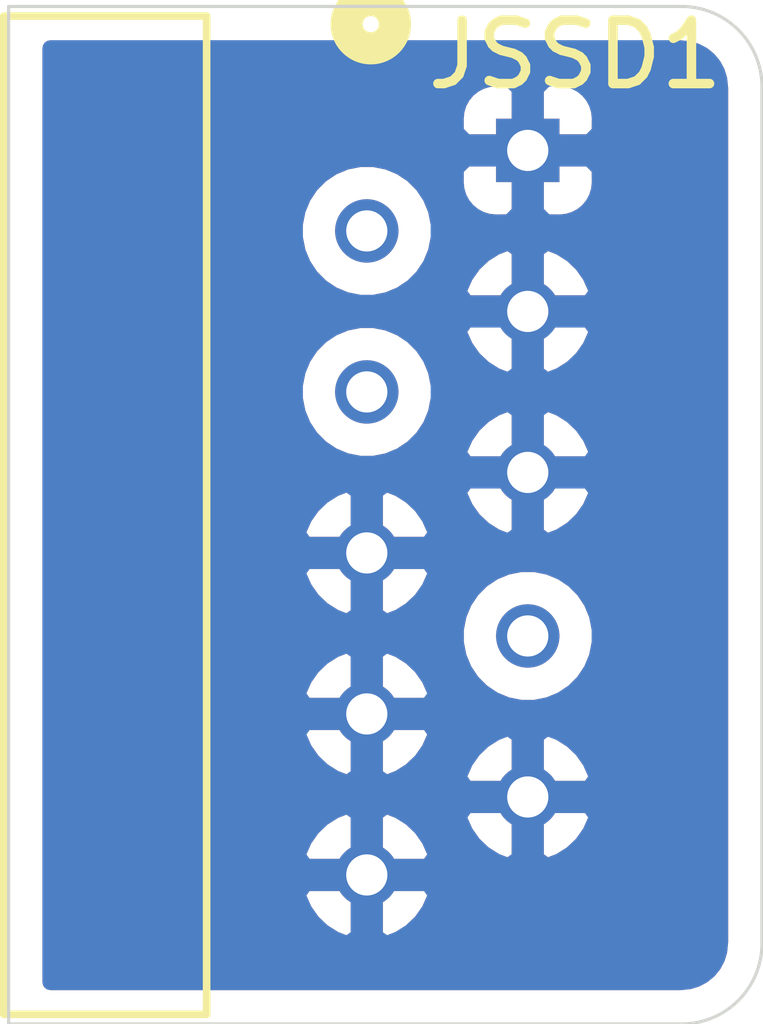
<source format=kicad_pcb>
(kicad_pcb (version 20171130) (host pcbnew "(5.1.10)-1")

  (general
    (thickness 1.5748)
    (drawings 6)
    (tracks 0)
    (zones 0)
    (modules 1)
    (nets 5)
  )

  (page A4)
  (layers
    (0 F.Cu signal)
    (31 B.Cu signal)
    (32 B.Adhes user)
    (33 F.Adhes user)
    (34 B.Paste user)
    (35 F.Paste user)
    (36 B.SilkS user)
    (37 F.SilkS user)
    (38 B.Mask user)
    (39 F.Mask user)
    (40 Dwgs.User user)
    (41 Cmts.User user)
    (42 Eco1.User user)
    (43 Eco2.User user)
    (44 Edge.Cuts user)
    (45 Margin user)
    (46 B.CrtYd user hide)
    (47 F.CrtYd user hide)
    (48 B.Fab user hide)
    (49 F.Fab user hide)
  )

  (setup
    (last_trace_width 0.25)
    (user_trace_width 0.127)
    (user_trace_width 0.1524)
    (user_trace_width 0.2032)
    (user_trace_width 0.254)
    (user_trace_width 0.3048)
    (user_trace_width 0.381)
    (user_trace_width 0.508)
    (user_trace_width 0.635)
    (trace_clearance 0.2)
    (zone_clearance 0.508)
    (zone_45_only no)
    (trace_min 0.127)
    (via_size 0.8)
    (via_drill 0.4)
    (via_min_size 0.508)
    (via_min_drill 0.3048)
    (user_via 0.6858 0.3302)
    (user_via 0.8128 0.4064)
    (user_via 1.2192 0.6096)
    (user_via 1.4224 0.8128)
    (blind_buried_vias_allowed yes)
    (uvia_size 0.3)
    (uvia_drill 0.1016)
    (uvias_allowed yes)
    (uvia_min_size 0.2032)
    (uvia_min_drill 0.1016)
    (edge_width 0.05)
    (segment_width 0.2)
    (pcb_text_width 0.3)
    (pcb_text_size 1.5 1.5)
    (mod_edge_width 0.12)
    (mod_text_size 1 1)
    (mod_text_width 0.15)
    (pad_size 3.8 3.8)
    (pad_drill 2.2)
    (pad_to_mask_clearance 0.051)
    (solder_mask_min_width 0.25)
    (aux_axis_origin 0 0)
    (visible_elements 7EFFF77F)
    (pcbplotparams
      (layerselection 0x010fc_ffffffff)
      (usegerberextensions false)
      (usegerberattributes false)
      (usegerberadvancedattributes false)
      (creategerberjobfile false)
      (excludeedgelayer true)
      (linewidth 0.100000)
      (plotframeref false)
      (viasonmask false)
      (mode 1)
      (useauxorigin false)
      (hpglpennumber 1)
      (hpglpenspeed 20)
      (hpglpendiameter 15.000000)
      (psnegative false)
      (psa4output false)
      (plotreference true)
      (plotvalue true)
      (plotinvisibletext false)
      (padsonsilk false)
      (subtractmaskfromsilk false)
      (outputformat 1)
      (mirror false)
      (drillshape 0)
      (scaleselection 1)
      (outputdirectory "gerber/"))
  )

  (net 0 "")
  (net 1 GND)
  (net 2 "Net-(J1-Pad7)")
  (net 3 /signal)
  (net 4 /bias)

  (net_class Default "This is the default net class."
    (clearance 0.2)
    (trace_width 0.25)
    (via_dia 0.8)
    (via_drill 0.4)
    (uvia_dia 0.3)
    (uvia_drill 0.1016)
    (add_net /bias)
    (add_net /signal)
    (add_net GND)
    (add_net "Net-(J1-Pad7)")
  )

  (module MSAG_Misc:Omnetics_A115061-001 (layer F.Cu) (tedit 61A933C1) (tstamp 61A99AD5)
    (at -101.6 0 90)
    (descr "Through hole righ angle nano strip conn, 1x10, 1.27mm pitch, single row")
    (tags "Through hole pin header THT 1x10 1.27mm single row")
    (path /6000F42E)
    (fp_text reference JSSD1 (at 7.2644 7.4168) (layer F.SilkS)
      (effects (font (size 1 1) (thickness 0.15)))
    )
    (fp_text value "Omnetics A115061-001" (at 0.381 2.032 90) (layer F.Fab)
      (effects (font (size 1 1) (thickness 0.15)))
    )
    (fp_circle (center 7.747 4.191) (end 7.874 4.191) (layer F.SilkS) (width 0.508))
    (fp_line (start -7.112 1.6002) (end -7.874 1.6002) (layer F.SilkS) (width 0.05))
    (fp_line (start 7.874 1.6002) (end 7.112 1.6002) (layer F.CrtYd) (width 0.05))
    (fp_line (start 7.874 -1.6002) (end 7.874 1.6002) (layer F.CrtYd) (width 0.05))
    (fp_line (start -7.874 -1.6002) (end -7.874 1.6002) (layer F.CrtYd) (width 0.05))
    (fp_line (start 7.874 -1.6002) (end 7.874 1.6002) (layer F.SilkS) (width 0.12))
    (fp_line (start -7.874 -1.6002) (end -7.874 1.6002) (layer F.SilkS) (width 0.12))
    (fp_line (start 7.874 -1.6002) (end -7.874 -1.6002) (layer F.SilkS) (width 0.12))
    (fp_line (start 7.874 1.6002) (end -7.874 1.6002) (layer F.SilkS) (width 0.12))
    (fp_line (start 7.874 -1.6002) (end -7.874 -1.6002) (layer F.CrtYd) (width 0.05))
    (fp_line (start -7.112 1.6002) (end -7.112 7.4422) (layer F.CrtYd) (width 0.05))
    (fp_line (start -7.112 7.4095) (end 7.112 7.4095) (layer F.CrtYd) (width 0.05))
    (fp_line (start 7.112 7.4422) (end 7.112 1.6002) (layer F.CrtYd) (width 0.05))
    (fp_text user %R (at -0.595 0.02 90) (layer F.Fab)
      (effects (font (size 1 1) (thickness 0.15)))
    )
    (pad 10 thru_hole oval (at -5.675 4.1275) (size 1 1) (drill 0.65) (layers *.Cu *.Mask)
      (net 1 GND))
    (pad 9 thru_hole oval (at -4.445 6.6675) (size 1 1) (drill 0.65) (layers *.Cu *.Mask)
      (net 1 GND))
    (pad 8 thru_hole oval (at -3.135 4.1275) (size 1 1) (drill 0.65) (layers *.Cu *.Mask)
      (net 1 GND))
    (pad 7 thru_hole oval (at -1.905 6.6675) (size 1 1) (drill 0.65) (layers *.Cu *.Mask)
      (net 2 "Net-(J1-Pad7)"))
    (pad 6 thru_hole oval (at -0.595 4.1275) (size 1 1) (drill 0.65) (layers *.Cu *.Mask)
      (net 1 GND))
    (pad 5 thru_hole oval (at 0.675 6.6675) (size 1 1) (drill 0.65) (layers *.Cu *.Mask)
      (net 1 GND))
    (pad 4 thru_hole oval (at 1.945 4.1275) (size 1 1) (drill 0.65) (layers *.Cu *.Mask)
      (net 3 /signal))
    (pad 3 thru_hole oval (at 3.215 6.6675) (size 1 1) (drill 0.65) (layers *.Cu *.Mask)
      (net 1 GND))
    (pad 2 thru_hole oval (at 4.485 4.1275) (size 1 1) (drill 0.65) (layers *.Cu *.Mask)
      (net 4 /bias))
    (pad 1 thru_hole rect (at 5.755 6.6675) (size 1 1) (drill 0.65) (layers *.Cu *.Mask)
      (net 1 GND))
    (model "${MSAG}/MSAG_KiCad3d/Omnetics A115061-001 REV 2.STEP"
      (offset (xyz 0 0 0.8890000000000001))
      (scale (xyz 1 1 1))
      (rotate (xyz 90 180 0))
    )
  )

  (gr_line (start -91.2368 -6.7564) (end -91.2368 6.7564) (layer Edge.Cuts) (width 0.05) (tstamp 61AA4CCF))
  (gr_arc (start -92.5068 6.7564) (end -91.2368 6.7564) (angle 90) (layer Edge.Cuts) (width 0.05) (tstamp 61A9AC60))
  (gr_line (start -103.124 8.0264) (end -92.5068 8.0264) (layer Edge.Cuts) (width 0.05) (tstamp 61A9AC5C))
  (gr_arc (start -92.5068 -6.7564) (end -91.2368 -6.7564) (angle -90) (layer Edge.Cuts) (width 0.05))
  (gr_line (start -103.124 -8.0264) (end -92.5068 -8.0264) (layer Edge.Cuts) (width 0.05) (tstamp 61A9C63F))
  (gr_line (start -103.124 -8.0264) (end -103.124 8.0264) (layer Edge.Cuts) (width 0.05) (tstamp 61A9BFBF))

  (zone (net 1) (net_name GND) (layer F.Cu) (tstamp 61AA4D9E) (hatch edge 0.508)
    (connect_pads (clearance 0.508))
    (min_thickness 0.254)
    (fill yes (arc_segments 32) (thermal_gap 0.508) (thermal_bridge_width 0.508))
    (polygon
      (pts
        (xy -91.2368 8.0264) (xy -103.124 8.0264) (xy -103.0732 -8.0264) (xy -91.2368 -8.0264)
      )
    )
    (filled_polygon
      (pts
        (xy -92.388931 -7.351678) (xy -92.275554 -7.317447) (xy -92.170981 -7.261845) (xy -92.079204 -7.186993) (xy -92.003709 -7.095736)
        (xy -91.947381 -6.991556) (xy -91.91236 -6.878424) (xy -91.8968 -6.730378) (xy -91.896799 6.724111) (xy -91.911522 6.874269)
        (xy -91.945753 6.987646) (xy -92.001354 7.092217) (xy -92.076206 7.183995) (xy -92.167465 7.259491) (xy -92.27164 7.315819)
        (xy -92.384776 7.35084) (xy -92.532821 7.3664) (xy -102.464 7.3664) (xy -102.464 5.976874) (xy -98.566619 5.976874)
        (xy -98.549946 6.031864) (xy -98.459623 6.235206) (xy -98.331365 6.41702) (xy -98.170101 6.570318) (xy -97.982029 6.68921)
        (xy -97.774376 6.769126) (xy -97.5995 6.644129) (xy -97.5995 5.802) (xy -97.3455 5.802) (xy -97.3455 6.644129)
        (xy -97.170624 6.769126) (xy -96.962971 6.68921) (xy -96.774899 6.570318) (xy -96.613635 6.41702) (xy -96.485377 6.235206)
        (xy -96.395054 6.031864) (xy -96.378381 5.976874) (xy -96.504546 5.802) (xy -97.3455 5.802) (xy -97.5995 5.802)
        (xy -98.440454 5.802) (xy -98.566619 5.976874) (xy -102.464 5.976874) (xy -102.464 5.373126) (xy -98.566619 5.373126)
        (xy -98.440454 5.548) (xy -97.5995 5.548) (xy -97.5995 4.705871) (xy -97.3455 4.705871) (xy -97.3455 5.548)
        (xy -96.504546 5.548) (xy -96.378381 5.373126) (xy -96.395054 5.318136) (xy -96.485377 5.114794) (xy -96.613635 4.93298)
        (xy -96.774899 4.779682) (xy -96.826797 4.746874) (xy -96.026619 4.746874) (xy -96.009946 4.801864) (xy -95.919623 5.005206)
        (xy -95.791365 5.18702) (xy -95.630101 5.340318) (xy -95.442029 5.45921) (xy -95.234376 5.539126) (xy -95.0595 5.414129)
        (xy -95.0595 4.572) (xy -94.8055 4.572) (xy -94.8055 5.414129) (xy -94.630624 5.539126) (xy -94.422971 5.45921)
        (xy -94.234899 5.340318) (xy -94.073635 5.18702) (xy -93.945377 5.005206) (xy -93.855054 4.801864) (xy -93.838381 4.746874)
        (xy -93.964546 4.572) (xy -94.8055 4.572) (xy -95.0595 4.572) (xy -95.900454 4.572) (xy -96.026619 4.746874)
        (xy -96.826797 4.746874) (xy -96.962971 4.66079) (xy -97.170624 4.580874) (xy -97.3455 4.705871) (xy -97.5995 4.705871)
        (xy -97.774376 4.580874) (xy -97.982029 4.66079) (xy -98.170101 4.779682) (xy -98.331365 4.93298) (xy -98.459623 5.114794)
        (xy -98.549946 5.318136) (xy -98.566619 5.373126) (xy -102.464 5.373126) (xy -102.464 3.436874) (xy -98.566619 3.436874)
        (xy -98.549946 3.491864) (xy -98.459623 3.695206) (xy -98.331365 3.87702) (xy -98.170101 4.030318) (xy -97.982029 4.14921)
        (xy -97.774376 4.229126) (xy -97.5995 4.104129) (xy -97.5995 3.262) (xy -97.3455 3.262) (xy -97.3455 4.104129)
        (xy -97.170624 4.229126) (xy -96.962971 4.14921) (xy -96.953347 4.143126) (xy -96.026619 4.143126) (xy -95.900454 4.318)
        (xy -95.0595 4.318) (xy -95.0595 3.475871) (xy -94.8055 3.475871) (xy -94.8055 4.318) (xy -93.964546 4.318)
        (xy -93.838381 4.143126) (xy -93.855054 4.088136) (xy -93.945377 3.884794) (xy -94.073635 3.70298) (xy -94.234899 3.549682)
        (xy -94.422971 3.43079) (xy -94.630624 3.350874) (xy -94.8055 3.475871) (xy -95.0595 3.475871) (xy -95.234376 3.350874)
        (xy -95.442029 3.43079) (xy -95.630101 3.549682) (xy -95.791365 3.70298) (xy -95.919623 3.884794) (xy -96.009946 4.088136)
        (xy -96.026619 4.143126) (xy -96.953347 4.143126) (xy -96.774899 4.030318) (xy -96.613635 3.87702) (xy -96.485377 3.695206)
        (xy -96.395054 3.491864) (xy -96.378381 3.436874) (xy -96.504546 3.262) (xy -97.3455 3.262) (xy -97.5995 3.262)
        (xy -98.440454 3.262) (xy -98.566619 3.436874) (xy -102.464 3.436874) (xy -102.464 2.833126) (xy -98.566619 2.833126)
        (xy -98.440454 3.008) (xy -97.5995 3.008) (xy -97.5995 2.165871) (xy -97.3455 2.165871) (xy -97.3455 3.008)
        (xy -96.504546 3.008) (xy -96.378381 2.833126) (xy -96.395054 2.778136) (xy -96.485377 2.574794) (xy -96.613635 2.39298)
        (xy -96.774899 2.239682) (xy -96.962971 2.12079) (xy -97.170624 2.040874) (xy -97.3455 2.165871) (xy -97.5995 2.165871)
        (xy -97.774376 2.040874) (xy -97.982029 2.12079) (xy -98.170101 2.239682) (xy -98.331365 2.39298) (xy -98.459623 2.574794)
        (xy -98.549946 2.778136) (xy -98.566619 2.833126) (xy -102.464 2.833126) (xy -102.464 1.793212) (xy -96.0675 1.793212)
        (xy -96.0675 2.016788) (xy -96.023883 2.236067) (xy -95.938324 2.442624) (xy -95.814112 2.62852) (xy -95.65602 2.786612)
        (xy -95.470124 2.910824) (xy -95.263567 2.996383) (xy -95.044288 3.04) (xy -94.820712 3.04) (xy -94.601433 2.996383)
        (xy -94.394876 2.910824) (xy -94.20898 2.786612) (xy -94.050888 2.62852) (xy -93.926676 2.442624) (xy -93.841117 2.236067)
        (xy -93.7975 2.016788) (xy -93.7975 1.793212) (xy -93.841117 1.573933) (xy -93.926676 1.367376) (xy -94.050888 1.18148)
        (xy -94.20898 1.023388) (xy -94.394876 0.899176) (xy -94.601433 0.813617) (xy -94.820712 0.77) (xy -95.044288 0.77)
        (xy -95.263567 0.813617) (xy -95.470124 0.899176) (xy -95.65602 1.023388) (xy -95.814112 1.18148) (xy -95.938324 1.367376)
        (xy -96.023883 1.573933) (xy -96.0675 1.793212) (xy -102.464 1.793212) (xy -102.464 0.896874) (xy -98.566619 0.896874)
        (xy -98.549946 0.951864) (xy -98.459623 1.155206) (xy -98.331365 1.33702) (xy -98.170101 1.490318) (xy -97.982029 1.60921)
        (xy -97.774376 1.689126) (xy -97.5995 1.564129) (xy -97.5995 0.722) (xy -97.3455 0.722) (xy -97.3455 1.564129)
        (xy -97.170624 1.689126) (xy -96.962971 1.60921) (xy -96.774899 1.490318) (xy -96.613635 1.33702) (xy -96.485377 1.155206)
        (xy -96.395054 0.951864) (xy -96.378381 0.896874) (xy -96.504546 0.722) (xy -97.3455 0.722) (xy -97.5995 0.722)
        (xy -98.440454 0.722) (xy -98.566619 0.896874) (xy -102.464 0.896874) (xy -102.464 0.293126) (xy -98.566619 0.293126)
        (xy -98.440454 0.468) (xy -97.5995 0.468) (xy -97.5995 -0.374129) (xy -97.3455 -0.374129) (xy -97.3455 0.468)
        (xy -96.504546 0.468) (xy -96.378381 0.293126) (xy -96.395054 0.238136) (xy -96.485377 0.034794) (xy -96.613635 -0.14702)
        (xy -96.774899 -0.300318) (xy -96.890071 -0.373126) (xy -96.026619 -0.373126) (xy -96.009946 -0.318136) (xy -95.919623 -0.114794)
        (xy -95.791365 0.06702) (xy -95.630101 0.220318) (xy -95.442029 0.33921) (xy -95.234376 0.419126) (xy -95.0595 0.294129)
        (xy -95.0595 -0.548) (xy -94.8055 -0.548) (xy -94.8055 0.294129) (xy -94.630624 0.419126) (xy -94.422971 0.33921)
        (xy -94.234899 0.220318) (xy -94.073635 0.06702) (xy -93.945377 -0.114794) (xy -93.855054 -0.318136) (xy -93.838381 -0.373126)
        (xy -93.964546 -0.548) (xy -94.8055 -0.548) (xy -95.0595 -0.548) (xy -95.900454 -0.548) (xy -96.026619 -0.373126)
        (xy -96.890071 -0.373126) (xy -96.962971 -0.41921) (xy -97.170624 -0.499126) (xy -97.3455 -0.374129) (xy -97.5995 -0.374129)
        (xy -97.774376 -0.499126) (xy -97.982029 -0.41921) (xy -98.170101 -0.300318) (xy -98.331365 -0.14702) (xy -98.459623 0.034794)
        (xy -98.549946 0.238136) (xy -98.566619 0.293126) (xy -102.464 0.293126) (xy -102.464 -2.056788) (xy -98.6075 -2.056788)
        (xy -98.6075 -1.833212) (xy -98.563883 -1.613933) (xy -98.478324 -1.407376) (xy -98.354112 -1.22148) (xy -98.19602 -1.063388)
        (xy -98.010124 -0.939176) (xy -97.803567 -0.853617) (xy -97.584288 -0.81) (xy -97.360712 -0.81) (xy -97.141433 -0.853617)
        (xy -96.934876 -0.939176) (xy -96.878458 -0.976874) (xy -96.026619 -0.976874) (xy -95.900454 -0.802) (xy -95.0595 -0.802)
        (xy -95.0595 -1.644129) (xy -94.8055 -1.644129) (xy -94.8055 -0.802) (xy -93.964546 -0.802) (xy -93.838381 -0.976874)
        (xy -93.855054 -1.031864) (xy -93.945377 -1.235206) (xy -94.073635 -1.41702) (xy -94.234899 -1.570318) (xy -94.422971 -1.68921)
        (xy -94.630624 -1.769126) (xy -94.8055 -1.644129) (xy -95.0595 -1.644129) (xy -95.234376 -1.769126) (xy -95.442029 -1.68921)
        (xy -95.630101 -1.570318) (xy -95.791365 -1.41702) (xy -95.919623 -1.235206) (xy -96.009946 -1.031864) (xy -96.026619 -0.976874)
        (xy -96.878458 -0.976874) (xy -96.74898 -1.063388) (xy -96.590888 -1.22148) (xy -96.466676 -1.407376) (xy -96.381117 -1.613933)
        (xy -96.3375 -1.833212) (xy -96.3375 -2.056788) (xy -96.381117 -2.276067) (xy -96.466676 -2.482624) (xy -96.590888 -2.66852)
        (xy -96.74898 -2.826612) (xy -96.878457 -2.913126) (xy -96.026619 -2.913126) (xy -96.009946 -2.858136) (xy -95.919623 -2.654794)
        (xy -95.791365 -2.47298) (xy -95.630101 -2.319682) (xy -95.442029 -2.20079) (xy -95.234376 -2.120874) (xy -95.0595 -2.245871)
        (xy -95.0595 -3.088) (xy -94.8055 -3.088) (xy -94.8055 -2.245871) (xy -94.630624 -2.120874) (xy -94.422971 -2.20079)
        (xy -94.234899 -2.319682) (xy -94.073635 -2.47298) (xy -93.945377 -2.654794) (xy -93.855054 -2.858136) (xy -93.838381 -2.913126)
        (xy -93.964546 -3.088) (xy -94.8055 -3.088) (xy -95.0595 -3.088) (xy -95.900454 -3.088) (xy -96.026619 -2.913126)
        (xy -96.878457 -2.913126) (xy -96.934876 -2.950824) (xy -97.141433 -3.036383) (xy -97.360712 -3.08) (xy -97.584288 -3.08)
        (xy -97.803567 -3.036383) (xy -98.010124 -2.950824) (xy -98.19602 -2.826612) (xy -98.354112 -2.66852) (xy -98.478324 -2.482624)
        (xy -98.563883 -2.276067) (xy -98.6075 -2.056788) (xy -102.464 -2.056788) (xy -102.464 -4.596788) (xy -98.6075 -4.596788)
        (xy -98.6075 -4.373212) (xy -98.563883 -4.153933) (xy -98.478324 -3.947376) (xy -98.354112 -3.76148) (xy -98.19602 -3.603388)
        (xy -98.010124 -3.479176) (xy -97.803567 -3.393617) (xy -97.584288 -3.35) (xy -97.360712 -3.35) (xy -97.141433 -3.393617)
        (xy -96.934876 -3.479176) (xy -96.878458 -3.516874) (xy -96.026619 -3.516874) (xy -95.900454 -3.342) (xy -95.0595 -3.342)
        (xy -95.0595 -4.184129) (xy -94.8055 -4.184129) (xy -94.8055 -3.342) (xy -93.964546 -3.342) (xy -93.838381 -3.516874)
        (xy -93.855054 -3.571864) (xy -93.945377 -3.775206) (xy -94.073635 -3.95702) (xy -94.234899 -4.110318) (xy -94.422971 -4.22921)
        (xy -94.630624 -4.309126) (xy -94.8055 -4.184129) (xy -95.0595 -4.184129) (xy -95.234376 -4.309126) (xy -95.442029 -4.22921)
        (xy -95.630101 -4.110318) (xy -95.791365 -3.95702) (xy -95.919623 -3.775206) (xy -96.009946 -3.571864) (xy -96.026619 -3.516874)
        (xy -96.878458 -3.516874) (xy -96.74898 -3.603388) (xy -96.590888 -3.76148) (xy -96.466676 -3.947376) (xy -96.381117 -4.153933)
        (xy -96.3375 -4.373212) (xy -96.3375 -4.596788) (xy -96.381117 -4.816067) (xy -96.466676 -5.022624) (xy -96.590888 -5.20852)
        (xy -96.637368 -5.255) (xy -96.070572 -5.255) (xy -96.058312 -5.130518) (xy -96.022002 -5.01082) (xy -95.963037 -4.900506)
        (xy -95.883685 -4.803815) (xy -95.786994 -4.724463) (xy -95.67668 -4.665498) (xy -95.556982 -4.629188) (xy -95.4325 -4.616928)
        (xy -95.21825 -4.62) (xy -95.0595 -4.77875) (xy -95.0595 -5.628) (xy -94.8055 -5.628) (xy -94.8055 -4.77875)
        (xy -94.64675 -4.62) (xy -94.4325 -4.616928) (xy -94.308018 -4.629188) (xy -94.18832 -4.665498) (xy -94.078006 -4.724463)
        (xy -93.981315 -4.803815) (xy -93.901963 -4.900506) (xy -93.842998 -5.01082) (xy -93.806688 -5.130518) (xy -93.794428 -5.255)
        (xy -93.7975 -5.46925) (xy -93.95625 -5.628) (xy -94.8055 -5.628) (xy -95.0595 -5.628) (xy -95.90875 -5.628)
        (xy -96.0675 -5.46925) (xy -96.070572 -5.255) (xy -96.637368 -5.255) (xy -96.74898 -5.366612) (xy -96.934876 -5.490824)
        (xy -97.141433 -5.576383) (xy -97.360712 -5.62) (xy -97.584288 -5.62) (xy -97.803567 -5.576383) (xy -98.010124 -5.490824)
        (xy -98.19602 -5.366612) (xy -98.354112 -5.20852) (xy -98.478324 -5.022624) (xy -98.563883 -4.816067) (xy -98.6075 -4.596788)
        (xy -102.464 -4.596788) (xy -102.464 -6.255) (xy -96.070572 -6.255) (xy -96.0675 -6.04075) (xy -95.90875 -5.882)
        (xy -95.0595 -5.882) (xy -95.0595 -6.73125) (xy -94.8055 -6.73125) (xy -94.8055 -5.882) (xy -93.95625 -5.882)
        (xy -93.7975 -6.04075) (xy -93.794428 -6.255) (xy -93.806688 -6.379482) (xy -93.842998 -6.49918) (xy -93.901963 -6.609494)
        (xy -93.981315 -6.706185) (xy -94.078006 -6.785537) (xy -94.18832 -6.844502) (xy -94.308018 -6.880812) (xy -94.4325 -6.893072)
        (xy -94.64675 -6.89) (xy -94.8055 -6.73125) (xy -95.0595 -6.73125) (xy -95.21825 -6.89) (xy -95.4325 -6.893072)
        (xy -95.556982 -6.880812) (xy -95.67668 -6.844502) (xy -95.786994 -6.785537) (xy -95.883685 -6.706185) (xy -95.963037 -6.609494)
        (xy -96.022002 -6.49918) (xy -96.058312 -6.379482) (xy -96.070572 -6.255) (xy -102.464 -6.255) (xy -102.464 -7.3664)
        (xy -92.539079 -7.3664)
      )
    )
  )
  (zone (net 1) (net_name GND) (layer B.Cu) (tstamp 61AA4D9B) (hatch edge 0.508)
    (connect_pads (clearance 0.508))
    (min_thickness 0.254)
    (fill yes (arc_segments 32) (thermal_gap 0.508) (thermal_bridge_width 0.508))
    (polygon
      (pts
        (xy -91.2368 8.0264) (xy -103.124 8.0264) (xy -103.0732 -8.0264) (xy -91.2368 -8.0264)
      )
    )
    (filled_polygon
      (pts
        (xy -92.388931 -7.351678) (xy -92.275554 -7.317447) (xy -92.170981 -7.261845) (xy -92.079204 -7.186993) (xy -92.003709 -7.095736)
        (xy -91.947381 -6.991556) (xy -91.91236 -6.878424) (xy -91.8968 -6.730378) (xy -91.896799 6.724111) (xy -91.911522 6.874269)
        (xy -91.945753 6.987646) (xy -92.001354 7.092217) (xy -92.076206 7.183995) (xy -92.167465 7.259491) (xy -92.27164 7.315819)
        (xy -92.384776 7.35084) (xy -92.532821 7.3664) (xy -102.464 7.3664) (xy -102.464 5.976874) (xy -98.566619 5.976874)
        (xy -98.549946 6.031864) (xy -98.459623 6.235206) (xy -98.331365 6.41702) (xy -98.170101 6.570318) (xy -97.982029 6.68921)
        (xy -97.774376 6.769126) (xy -97.5995 6.644129) (xy -97.5995 5.802) (xy -97.3455 5.802) (xy -97.3455 6.644129)
        (xy -97.170624 6.769126) (xy -96.962971 6.68921) (xy -96.774899 6.570318) (xy -96.613635 6.41702) (xy -96.485377 6.235206)
        (xy -96.395054 6.031864) (xy -96.378381 5.976874) (xy -96.504546 5.802) (xy -97.3455 5.802) (xy -97.5995 5.802)
        (xy -98.440454 5.802) (xy -98.566619 5.976874) (xy -102.464 5.976874) (xy -102.464 5.373126) (xy -98.566619 5.373126)
        (xy -98.440454 5.548) (xy -97.5995 5.548) (xy -97.5995 4.705871) (xy -97.3455 4.705871) (xy -97.3455 5.548)
        (xy -96.504546 5.548) (xy -96.378381 5.373126) (xy -96.395054 5.318136) (xy -96.485377 5.114794) (xy -96.613635 4.93298)
        (xy -96.774899 4.779682) (xy -96.826797 4.746874) (xy -96.026619 4.746874) (xy -96.009946 4.801864) (xy -95.919623 5.005206)
        (xy -95.791365 5.18702) (xy -95.630101 5.340318) (xy -95.442029 5.45921) (xy -95.234376 5.539126) (xy -95.0595 5.414129)
        (xy -95.0595 4.572) (xy -94.8055 4.572) (xy -94.8055 5.414129) (xy -94.630624 5.539126) (xy -94.422971 5.45921)
        (xy -94.234899 5.340318) (xy -94.073635 5.18702) (xy -93.945377 5.005206) (xy -93.855054 4.801864) (xy -93.838381 4.746874)
        (xy -93.964546 4.572) (xy -94.8055 4.572) (xy -95.0595 4.572) (xy -95.900454 4.572) (xy -96.026619 4.746874)
        (xy -96.826797 4.746874) (xy -96.962971 4.66079) (xy -97.170624 4.580874) (xy -97.3455 4.705871) (xy -97.5995 4.705871)
        (xy -97.774376 4.580874) (xy -97.982029 4.66079) (xy -98.170101 4.779682) (xy -98.331365 4.93298) (xy -98.459623 5.114794)
        (xy -98.549946 5.318136) (xy -98.566619 5.373126) (xy -102.464 5.373126) (xy -102.464 3.436874) (xy -98.566619 3.436874)
        (xy -98.549946 3.491864) (xy -98.459623 3.695206) (xy -98.331365 3.87702) (xy -98.170101 4.030318) (xy -97.982029 4.14921)
        (xy -97.774376 4.229126) (xy -97.5995 4.104129) (xy -97.5995 3.262) (xy -97.3455 3.262) (xy -97.3455 4.104129)
        (xy -97.170624 4.229126) (xy -96.962971 4.14921) (xy -96.953347 4.143126) (xy -96.026619 4.143126) (xy -95.900454 4.318)
        (xy -95.0595 4.318) (xy -95.0595 3.475871) (xy -94.8055 3.475871) (xy -94.8055 4.318) (xy -93.964546 4.318)
        (xy -93.838381 4.143126) (xy -93.855054 4.088136) (xy -93.945377 3.884794) (xy -94.073635 3.70298) (xy -94.234899 3.549682)
        (xy -94.422971 3.43079) (xy -94.630624 3.350874) (xy -94.8055 3.475871) (xy -95.0595 3.475871) (xy -95.234376 3.350874)
        (xy -95.442029 3.43079) (xy -95.630101 3.549682) (xy -95.791365 3.70298) (xy -95.919623 3.884794) (xy -96.009946 4.088136)
        (xy -96.026619 4.143126) (xy -96.953347 4.143126) (xy -96.774899 4.030318) (xy -96.613635 3.87702) (xy -96.485377 3.695206)
        (xy -96.395054 3.491864) (xy -96.378381 3.436874) (xy -96.504546 3.262) (xy -97.3455 3.262) (xy -97.5995 3.262)
        (xy -98.440454 3.262) (xy -98.566619 3.436874) (xy -102.464 3.436874) (xy -102.464 2.833126) (xy -98.566619 2.833126)
        (xy -98.440454 3.008) (xy -97.5995 3.008) (xy -97.5995 2.165871) (xy -97.3455 2.165871) (xy -97.3455 3.008)
        (xy -96.504546 3.008) (xy -96.378381 2.833126) (xy -96.395054 2.778136) (xy -96.485377 2.574794) (xy -96.613635 2.39298)
        (xy -96.774899 2.239682) (xy -96.962971 2.12079) (xy -97.170624 2.040874) (xy -97.3455 2.165871) (xy -97.5995 2.165871)
        (xy -97.774376 2.040874) (xy -97.982029 2.12079) (xy -98.170101 2.239682) (xy -98.331365 2.39298) (xy -98.459623 2.574794)
        (xy -98.549946 2.778136) (xy -98.566619 2.833126) (xy -102.464 2.833126) (xy -102.464 1.793212) (xy -96.0675 1.793212)
        (xy -96.0675 2.016788) (xy -96.023883 2.236067) (xy -95.938324 2.442624) (xy -95.814112 2.62852) (xy -95.65602 2.786612)
        (xy -95.470124 2.910824) (xy -95.263567 2.996383) (xy -95.044288 3.04) (xy -94.820712 3.04) (xy -94.601433 2.996383)
        (xy -94.394876 2.910824) (xy -94.20898 2.786612) (xy -94.050888 2.62852) (xy -93.926676 2.442624) (xy -93.841117 2.236067)
        (xy -93.7975 2.016788) (xy -93.7975 1.793212) (xy -93.841117 1.573933) (xy -93.926676 1.367376) (xy -94.050888 1.18148)
        (xy -94.20898 1.023388) (xy -94.394876 0.899176) (xy -94.601433 0.813617) (xy -94.820712 0.77) (xy -95.044288 0.77)
        (xy -95.263567 0.813617) (xy -95.470124 0.899176) (xy -95.65602 1.023388) (xy -95.814112 1.18148) (xy -95.938324 1.367376)
        (xy -96.023883 1.573933) (xy -96.0675 1.793212) (xy -102.464 1.793212) (xy -102.464 0.896874) (xy -98.566619 0.896874)
        (xy -98.549946 0.951864) (xy -98.459623 1.155206) (xy -98.331365 1.33702) (xy -98.170101 1.490318) (xy -97.982029 1.60921)
        (xy -97.774376 1.689126) (xy -97.5995 1.564129) (xy -97.5995 0.722) (xy -97.3455 0.722) (xy -97.3455 1.564129)
        (xy -97.170624 1.689126) (xy -96.962971 1.60921) (xy -96.774899 1.490318) (xy -96.613635 1.33702) (xy -96.485377 1.155206)
        (xy -96.395054 0.951864) (xy -96.378381 0.896874) (xy -96.504546 0.722) (xy -97.3455 0.722) (xy -97.5995 0.722)
        (xy -98.440454 0.722) (xy -98.566619 0.896874) (xy -102.464 0.896874) (xy -102.464 0.293126) (xy -98.566619 0.293126)
        (xy -98.440454 0.468) (xy -97.5995 0.468) (xy -97.5995 -0.374129) (xy -97.3455 -0.374129) (xy -97.3455 0.468)
        (xy -96.504546 0.468) (xy -96.378381 0.293126) (xy -96.395054 0.238136) (xy -96.485377 0.034794) (xy -96.613635 -0.14702)
        (xy -96.774899 -0.300318) (xy -96.890071 -0.373126) (xy -96.026619 -0.373126) (xy -96.009946 -0.318136) (xy -95.919623 -0.114794)
        (xy -95.791365 0.06702) (xy -95.630101 0.220318) (xy -95.442029 0.33921) (xy -95.234376 0.419126) (xy -95.0595 0.294129)
        (xy -95.0595 -0.548) (xy -94.8055 -0.548) (xy -94.8055 0.294129) (xy -94.630624 0.419126) (xy -94.422971 0.33921)
        (xy -94.234899 0.220318) (xy -94.073635 0.06702) (xy -93.945377 -0.114794) (xy -93.855054 -0.318136) (xy -93.838381 -0.373126)
        (xy -93.964546 -0.548) (xy -94.8055 -0.548) (xy -95.0595 -0.548) (xy -95.900454 -0.548) (xy -96.026619 -0.373126)
        (xy -96.890071 -0.373126) (xy -96.962971 -0.41921) (xy -97.170624 -0.499126) (xy -97.3455 -0.374129) (xy -97.5995 -0.374129)
        (xy -97.774376 -0.499126) (xy -97.982029 -0.41921) (xy -98.170101 -0.300318) (xy -98.331365 -0.14702) (xy -98.459623 0.034794)
        (xy -98.549946 0.238136) (xy -98.566619 0.293126) (xy -102.464 0.293126) (xy -102.464 -2.056788) (xy -98.6075 -2.056788)
        (xy -98.6075 -1.833212) (xy -98.563883 -1.613933) (xy -98.478324 -1.407376) (xy -98.354112 -1.22148) (xy -98.19602 -1.063388)
        (xy -98.010124 -0.939176) (xy -97.803567 -0.853617) (xy -97.584288 -0.81) (xy -97.360712 -0.81) (xy -97.141433 -0.853617)
        (xy -96.934876 -0.939176) (xy -96.878458 -0.976874) (xy -96.026619 -0.976874) (xy -95.900454 -0.802) (xy -95.0595 -0.802)
        (xy -95.0595 -1.644129) (xy -94.8055 -1.644129) (xy -94.8055 -0.802) (xy -93.964546 -0.802) (xy -93.838381 -0.976874)
        (xy -93.855054 -1.031864) (xy -93.945377 -1.235206) (xy -94.073635 -1.41702) (xy -94.234899 -1.570318) (xy -94.422971 -1.68921)
        (xy -94.630624 -1.769126) (xy -94.8055 -1.644129) (xy -95.0595 -1.644129) (xy -95.234376 -1.769126) (xy -95.442029 -1.68921)
        (xy -95.630101 -1.570318) (xy -95.791365 -1.41702) (xy -95.919623 -1.235206) (xy -96.009946 -1.031864) (xy -96.026619 -0.976874)
        (xy -96.878458 -0.976874) (xy -96.74898 -1.063388) (xy -96.590888 -1.22148) (xy -96.466676 -1.407376) (xy -96.381117 -1.613933)
        (xy -96.3375 -1.833212) (xy -96.3375 -2.056788) (xy -96.381117 -2.276067) (xy -96.466676 -2.482624) (xy -96.590888 -2.66852)
        (xy -96.74898 -2.826612) (xy -96.878457 -2.913126) (xy -96.026619 -2.913126) (xy -96.009946 -2.858136) (xy -95.919623 -2.654794)
        (xy -95.791365 -2.47298) (xy -95.630101 -2.319682) (xy -95.442029 -2.20079) (xy -95.234376 -2.120874) (xy -95.0595 -2.245871)
        (xy -95.0595 -3.088) (xy -94.8055 -3.088) (xy -94.8055 -2.245871) (xy -94.630624 -2.120874) (xy -94.422971 -2.20079)
        (xy -94.234899 -2.319682) (xy -94.073635 -2.47298) (xy -93.945377 -2.654794) (xy -93.855054 -2.858136) (xy -93.838381 -2.913126)
        (xy -93.964546 -3.088) (xy -94.8055 -3.088) (xy -95.0595 -3.088) (xy -95.900454 -3.088) (xy -96.026619 -2.913126)
        (xy -96.878457 -2.913126) (xy -96.934876 -2.950824) (xy -97.141433 -3.036383) (xy -97.360712 -3.08) (xy -97.584288 -3.08)
        (xy -97.803567 -3.036383) (xy -98.010124 -2.950824) (xy -98.19602 -2.826612) (xy -98.354112 -2.66852) (xy -98.478324 -2.482624)
        (xy -98.563883 -2.276067) (xy -98.6075 -2.056788) (xy -102.464 -2.056788) (xy -102.464 -4.596788) (xy -98.6075 -4.596788)
        (xy -98.6075 -4.373212) (xy -98.563883 -4.153933) (xy -98.478324 -3.947376) (xy -98.354112 -3.76148) (xy -98.19602 -3.603388)
        (xy -98.010124 -3.479176) (xy -97.803567 -3.393617) (xy -97.584288 -3.35) (xy -97.360712 -3.35) (xy -97.141433 -3.393617)
        (xy -96.934876 -3.479176) (xy -96.878458 -3.516874) (xy -96.026619 -3.516874) (xy -95.900454 -3.342) (xy -95.0595 -3.342)
        (xy -95.0595 -4.184129) (xy -94.8055 -4.184129) (xy -94.8055 -3.342) (xy -93.964546 -3.342) (xy -93.838381 -3.516874)
        (xy -93.855054 -3.571864) (xy -93.945377 -3.775206) (xy -94.073635 -3.95702) (xy -94.234899 -4.110318) (xy -94.422971 -4.22921)
        (xy -94.630624 -4.309126) (xy -94.8055 -4.184129) (xy -95.0595 -4.184129) (xy -95.234376 -4.309126) (xy -95.442029 -4.22921)
        (xy -95.630101 -4.110318) (xy -95.791365 -3.95702) (xy -95.919623 -3.775206) (xy -96.009946 -3.571864) (xy -96.026619 -3.516874)
        (xy -96.878458 -3.516874) (xy -96.74898 -3.603388) (xy -96.590888 -3.76148) (xy -96.466676 -3.947376) (xy -96.381117 -4.153933)
        (xy -96.3375 -4.373212) (xy -96.3375 -4.596788) (xy -96.381117 -4.816067) (xy -96.466676 -5.022624) (xy -96.590888 -5.20852)
        (xy -96.637368 -5.255) (xy -96.070572 -5.255) (xy -96.058312 -5.130518) (xy -96.022002 -5.01082) (xy -95.963037 -4.900506)
        (xy -95.883685 -4.803815) (xy -95.786994 -4.724463) (xy -95.67668 -4.665498) (xy -95.556982 -4.629188) (xy -95.4325 -4.616928)
        (xy -95.21825 -4.62) (xy -95.0595 -4.77875) (xy -95.0595 -5.628) (xy -94.8055 -5.628) (xy -94.8055 -4.77875)
        (xy -94.64675 -4.62) (xy -94.4325 -4.616928) (xy -94.308018 -4.629188) (xy -94.18832 -4.665498) (xy -94.078006 -4.724463)
        (xy -93.981315 -4.803815) (xy -93.901963 -4.900506) (xy -93.842998 -5.01082) (xy -93.806688 -5.130518) (xy -93.794428 -5.255)
        (xy -93.7975 -5.46925) (xy -93.95625 -5.628) (xy -94.8055 -5.628) (xy -95.0595 -5.628) (xy -95.90875 -5.628)
        (xy -96.0675 -5.46925) (xy -96.070572 -5.255) (xy -96.637368 -5.255) (xy -96.74898 -5.366612) (xy -96.934876 -5.490824)
        (xy -97.141433 -5.576383) (xy -97.360712 -5.62) (xy -97.584288 -5.62) (xy -97.803567 -5.576383) (xy -98.010124 -5.490824)
        (xy -98.19602 -5.366612) (xy -98.354112 -5.20852) (xy -98.478324 -5.022624) (xy -98.563883 -4.816067) (xy -98.6075 -4.596788)
        (xy -102.464 -4.596788) (xy -102.464 -6.255) (xy -96.070572 -6.255) (xy -96.0675 -6.04075) (xy -95.90875 -5.882)
        (xy -95.0595 -5.882) (xy -95.0595 -6.73125) (xy -94.8055 -6.73125) (xy -94.8055 -5.882) (xy -93.95625 -5.882)
        (xy -93.7975 -6.04075) (xy -93.794428 -6.255) (xy -93.806688 -6.379482) (xy -93.842998 -6.49918) (xy -93.901963 -6.609494)
        (xy -93.981315 -6.706185) (xy -94.078006 -6.785537) (xy -94.18832 -6.844502) (xy -94.308018 -6.880812) (xy -94.4325 -6.893072)
        (xy -94.64675 -6.89) (xy -94.8055 -6.73125) (xy -95.0595 -6.73125) (xy -95.21825 -6.89) (xy -95.4325 -6.893072)
        (xy -95.556982 -6.880812) (xy -95.67668 -6.844502) (xy -95.786994 -6.785537) (xy -95.883685 -6.706185) (xy -95.963037 -6.609494)
        (xy -96.022002 -6.49918) (xy -96.058312 -6.379482) (xy -96.070572 -6.255) (xy -102.464 -6.255) (xy -102.464 -7.3664)
        (xy -92.539079 -7.3664)
      )
    )
  )
)

</source>
